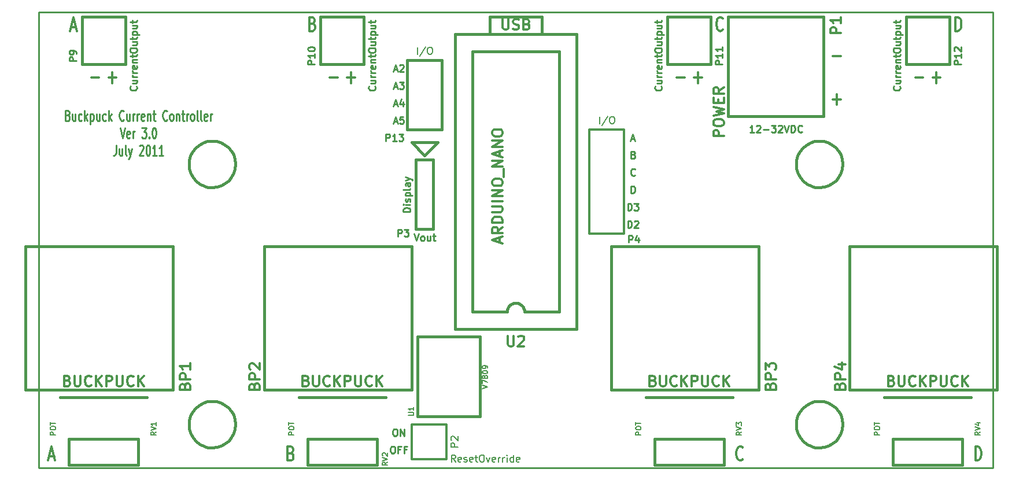
<source format=gto>
G04 (created by PCBNEW-RS274X (2010-00-09 BZR 23xx)-stable) date Fri 15 Jul 2011 12:40:09 PM PDT*
G01*
G70*
G90*
%MOIN*%
G04 Gerber Fmt 3.4, Leading zero omitted, Abs format*
%FSLAX34Y34*%
G04 APERTURE LIST*
%ADD10C,0.006000*%
%ADD11C,0.010000*%
%ADD12C,0.009000*%
%ADD13C,0.015000*%
%ADD14C,0.012000*%
%ADD15C,0.005000*%
%ADD16C,0.008000*%
G04 APERTURE END LIST*
G54D10*
G54D11*
X50964Y-35798D02*
X51155Y-35798D01*
X50926Y-35912D02*
X51059Y-35512D01*
X51193Y-35912D01*
X51517Y-35512D02*
X51326Y-35512D01*
X51307Y-35702D01*
X51326Y-35683D01*
X51364Y-35664D01*
X51460Y-35664D01*
X51498Y-35683D01*
X51517Y-35702D01*
X51536Y-35740D01*
X51536Y-35836D01*
X51517Y-35874D01*
X51498Y-35893D01*
X51460Y-35912D01*
X51364Y-35912D01*
X51326Y-35893D01*
X51307Y-35874D01*
X50964Y-34798D02*
X51155Y-34798D01*
X50926Y-34912D02*
X51059Y-34512D01*
X51193Y-34912D01*
X51498Y-34645D02*
X51498Y-34912D01*
X51402Y-34493D02*
X51307Y-34779D01*
X51555Y-34779D01*
X50964Y-33798D02*
X51155Y-33798D01*
X50926Y-33912D02*
X51059Y-33512D01*
X51193Y-33912D01*
X51288Y-33512D02*
X51536Y-33512D01*
X51402Y-33664D01*
X51460Y-33664D01*
X51498Y-33683D01*
X51517Y-33702D01*
X51536Y-33740D01*
X51536Y-33836D01*
X51517Y-33874D01*
X51498Y-33893D01*
X51460Y-33912D01*
X51345Y-33912D01*
X51307Y-33893D01*
X51288Y-33874D01*
X50964Y-32798D02*
X51155Y-32798D01*
X50926Y-32912D02*
X51059Y-32512D01*
X51193Y-32912D01*
X51307Y-32550D02*
X51326Y-32531D01*
X51364Y-32512D01*
X51460Y-32512D01*
X51498Y-32531D01*
X51517Y-32550D01*
X51536Y-32588D01*
X51536Y-32626D01*
X51517Y-32683D01*
X51288Y-32912D01*
X51536Y-32912D01*
G54D12*
X30500Y-55750D02*
X30500Y-29500D01*
X85500Y-55750D02*
X30500Y-55750D01*
X85500Y-29500D02*
X85500Y-55750D01*
X30500Y-29500D02*
X85500Y-29500D01*
G54D13*
X53500Y-37000D02*
X52750Y-37750D01*
X52000Y-37000D02*
X53500Y-37000D01*
X52750Y-37750D02*
X52000Y-37000D01*
G54D11*
X52140Y-42262D02*
X52273Y-42662D01*
X52407Y-42262D01*
X52597Y-42662D02*
X52559Y-42643D01*
X52540Y-42624D01*
X52521Y-42586D01*
X52521Y-42471D01*
X52540Y-42433D01*
X52559Y-42414D01*
X52597Y-42395D01*
X52655Y-42395D01*
X52693Y-42414D01*
X52712Y-42433D01*
X52731Y-42471D01*
X52731Y-42586D01*
X52712Y-42624D01*
X52693Y-42643D01*
X52655Y-42662D01*
X52597Y-42662D01*
X53074Y-42395D02*
X53074Y-42662D01*
X52902Y-42395D02*
X52902Y-42605D01*
X52921Y-42643D01*
X52959Y-42662D01*
X53017Y-42662D01*
X53055Y-42643D01*
X53074Y-42624D01*
X53207Y-42395D02*
X53359Y-42395D01*
X53264Y-42262D02*
X53264Y-42605D01*
X53283Y-42643D01*
X53321Y-42662D01*
X53359Y-42662D01*
X64455Y-41912D02*
X64455Y-41512D01*
X64550Y-41512D01*
X64608Y-41531D01*
X64646Y-41569D01*
X64665Y-41607D01*
X64684Y-41683D01*
X64684Y-41740D01*
X64665Y-41817D01*
X64646Y-41855D01*
X64608Y-41893D01*
X64550Y-41912D01*
X64455Y-41912D01*
X64836Y-41550D02*
X64855Y-41531D01*
X64893Y-41512D01*
X64989Y-41512D01*
X65027Y-41531D01*
X65046Y-41550D01*
X65065Y-41588D01*
X65065Y-41626D01*
X65046Y-41683D01*
X64817Y-41912D01*
X65065Y-41912D01*
X64455Y-40912D02*
X64455Y-40512D01*
X64550Y-40512D01*
X64608Y-40531D01*
X64646Y-40569D01*
X64665Y-40607D01*
X64684Y-40683D01*
X64684Y-40740D01*
X64665Y-40817D01*
X64646Y-40855D01*
X64608Y-40893D01*
X64550Y-40912D01*
X64455Y-40912D01*
X64817Y-40512D02*
X65065Y-40512D01*
X64931Y-40664D01*
X64989Y-40664D01*
X65027Y-40683D01*
X65046Y-40702D01*
X65065Y-40740D01*
X65065Y-40836D01*
X65046Y-40874D01*
X65027Y-40893D01*
X64989Y-40912D01*
X64874Y-40912D01*
X64836Y-40893D01*
X64817Y-40874D01*
G54D14*
X82022Y-33269D02*
X82479Y-33269D01*
X82250Y-33574D02*
X82250Y-32964D01*
X76272Y-32019D02*
X76729Y-32019D01*
X81022Y-33269D02*
X81479Y-33269D01*
X76272Y-34519D02*
X76729Y-34519D01*
X76500Y-34824D02*
X76500Y-34214D01*
X83343Y-30574D02*
X83343Y-29774D01*
X83486Y-29774D01*
X83571Y-29812D01*
X83629Y-29888D01*
X83657Y-29964D01*
X83686Y-30117D01*
X83686Y-30231D01*
X83657Y-30383D01*
X83629Y-30460D01*
X83571Y-30536D01*
X83486Y-30574D01*
X83343Y-30574D01*
X69936Y-30498D02*
X69907Y-30536D01*
X69821Y-30574D01*
X69764Y-30574D01*
X69679Y-30536D01*
X69621Y-30460D01*
X69593Y-30383D01*
X69564Y-30231D01*
X69564Y-30117D01*
X69593Y-29964D01*
X69621Y-29888D01*
X69679Y-29812D01*
X69764Y-29774D01*
X69821Y-29774D01*
X69907Y-29812D01*
X69936Y-29850D01*
X46293Y-30155D02*
X46379Y-30193D01*
X46407Y-30231D01*
X46436Y-30307D01*
X46436Y-30421D01*
X46407Y-30498D01*
X46379Y-30536D01*
X46321Y-30574D01*
X46093Y-30574D01*
X46093Y-29774D01*
X46293Y-29774D01*
X46350Y-29812D01*
X46379Y-29850D01*
X46407Y-29926D01*
X46407Y-30002D01*
X46379Y-30079D01*
X46350Y-30117D01*
X46293Y-30155D01*
X46093Y-30155D01*
X32357Y-30345D02*
X32643Y-30345D01*
X32300Y-30574D02*
X32500Y-29774D01*
X32700Y-30574D01*
X84493Y-55324D02*
X84493Y-54524D01*
X84636Y-54524D01*
X84721Y-54562D01*
X84779Y-54638D01*
X84807Y-54714D01*
X84836Y-54867D01*
X84836Y-54981D01*
X84807Y-55133D01*
X84779Y-55210D01*
X84721Y-55286D01*
X84636Y-55324D01*
X84493Y-55324D01*
X71086Y-55248D02*
X71057Y-55286D01*
X70971Y-55324D01*
X70914Y-55324D01*
X70829Y-55286D01*
X70771Y-55210D01*
X70743Y-55133D01*
X70714Y-54981D01*
X70714Y-54867D01*
X70743Y-54714D01*
X70771Y-54638D01*
X70829Y-54562D01*
X70914Y-54524D01*
X70971Y-54524D01*
X71057Y-54562D01*
X71086Y-54600D01*
X45043Y-54905D02*
X45129Y-54943D01*
X45157Y-54981D01*
X45186Y-55057D01*
X45186Y-55171D01*
X45157Y-55248D01*
X45129Y-55286D01*
X45071Y-55324D01*
X44843Y-55324D01*
X44843Y-54524D01*
X45043Y-54524D01*
X45100Y-54562D01*
X45129Y-54600D01*
X45157Y-54676D01*
X45157Y-54752D01*
X45129Y-54829D01*
X45100Y-54867D01*
X45043Y-54905D01*
X44843Y-54905D01*
X31107Y-55095D02*
X31393Y-55095D01*
X31050Y-55324D02*
X31250Y-54524D01*
X31450Y-55324D01*
G54D11*
X64645Y-39912D02*
X64645Y-39512D01*
X64740Y-39512D01*
X64798Y-39531D01*
X64836Y-39569D01*
X64855Y-39607D01*
X64874Y-39683D01*
X64874Y-39740D01*
X64855Y-39817D01*
X64836Y-39855D01*
X64798Y-39893D01*
X64740Y-39912D01*
X64645Y-39912D01*
X64874Y-38874D02*
X64855Y-38893D01*
X64798Y-38912D01*
X64760Y-38912D01*
X64702Y-38893D01*
X64664Y-38855D01*
X64645Y-38817D01*
X64626Y-38740D01*
X64626Y-38683D01*
X64645Y-38607D01*
X64664Y-38569D01*
X64702Y-38531D01*
X64760Y-38512D01*
X64798Y-38512D01*
X64855Y-38531D01*
X64874Y-38550D01*
X64779Y-37702D02*
X64836Y-37721D01*
X64855Y-37740D01*
X64874Y-37779D01*
X64874Y-37836D01*
X64855Y-37874D01*
X64836Y-37893D01*
X64798Y-37912D01*
X64645Y-37912D01*
X64645Y-37512D01*
X64779Y-37512D01*
X64817Y-37531D01*
X64836Y-37550D01*
X64855Y-37588D01*
X64855Y-37626D01*
X64836Y-37664D01*
X64817Y-37683D01*
X64779Y-37702D01*
X64645Y-37702D01*
X64655Y-36798D02*
X64846Y-36798D01*
X64617Y-36912D02*
X64750Y-36512D01*
X64884Y-36912D01*
X71724Y-36412D02*
X71495Y-36412D01*
X71609Y-36412D02*
X71609Y-36012D01*
X71571Y-36069D01*
X71533Y-36107D01*
X71495Y-36126D01*
X71876Y-36050D02*
X71895Y-36031D01*
X71933Y-36012D01*
X72029Y-36012D01*
X72067Y-36031D01*
X72086Y-36050D01*
X72105Y-36088D01*
X72105Y-36126D01*
X72086Y-36183D01*
X71857Y-36412D01*
X72105Y-36412D01*
X72276Y-36260D02*
X72581Y-36260D01*
X72733Y-36012D02*
X72981Y-36012D01*
X72847Y-36164D01*
X72905Y-36164D01*
X72943Y-36183D01*
X72962Y-36202D01*
X72981Y-36240D01*
X72981Y-36336D01*
X72962Y-36374D01*
X72943Y-36393D01*
X72905Y-36412D01*
X72790Y-36412D01*
X72752Y-36393D01*
X72733Y-36374D01*
X73133Y-36050D02*
X73152Y-36031D01*
X73190Y-36012D01*
X73286Y-36012D01*
X73324Y-36031D01*
X73343Y-36050D01*
X73362Y-36088D01*
X73362Y-36126D01*
X73343Y-36183D01*
X73114Y-36412D01*
X73362Y-36412D01*
X73476Y-36012D02*
X73609Y-36412D01*
X73743Y-36012D01*
X73876Y-36412D02*
X73876Y-36012D01*
X73971Y-36012D01*
X74029Y-36031D01*
X74067Y-36069D01*
X74086Y-36107D01*
X74105Y-36183D01*
X74105Y-36240D01*
X74086Y-36317D01*
X74067Y-36355D01*
X74029Y-36393D01*
X73971Y-36412D01*
X73876Y-36412D01*
X74505Y-36374D02*
X74486Y-36393D01*
X74429Y-36412D01*
X74391Y-36412D01*
X74333Y-36393D01*
X74295Y-36355D01*
X74276Y-36317D01*
X74257Y-36240D01*
X74257Y-36183D01*
X74276Y-36107D01*
X74295Y-36069D01*
X74333Y-36031D01*
X74391Y-36012D01*
X74429Y-36012D01*
X74486Y-36031D01*
X74505Y-36050D01*
G54D14*
X67272Y-33269D02*
X67729Y-33269D01*
X47272Y-33269D02*
X47729Y-33269D01*
X68272Y-33269D02*
X68729Y-33269D01*
X68500Y-33574D02*
X68500Y-32964D01*
X48272Y-33269D02*
X48729Y-33269D01*
X48500Y-33574D02*
X48500Y-32964D01*
X33522Y-33269D02*
X33979Y-33269D01*
X34522Y-33269D02*
X34979Y-33269D01*
X34750Y-33574D02*
X34750Y-32964D01*
G54D11*
X51002Y-53512D02*
X51079Y-53512D01*
X51117Y-53531D01*
X51155Y-53569D01*
X51174Y-53645D01*
X51174Y-53779D01*
X51155Y-53855D01*
X51117Y-53893D01*
X51079Y-53912D01*
X51002Y-53912D01*
X50964Y-53893D01*
X50926Y-53855D01*
X50907Y-53779D01*
X50907Y-53645D01*
X50926Y-53569D01*
X50964Y-53531D01*
X51002Y-53512D01*
X51345Y-53912D02*
X51345Y-53512D01*
X51574Y-53912D01*
X51574Y-53512D01*
X50869Y-54512D02*
X50946Y-54512D01*
X50984Y-54531D01*
X51022Y-54569D01*
X51041Y-54645D01*
X51041Y-54779D01*
X51022Y-54855D01*
X50984Y-54893D01*
X50946Y-54912D01*
X50869Y-54912D01*
X50831Y-54893D01*
X50793Y-54855D01*
X50774Y-54779D01*
X50774Y-54645D01*
X50793Y-54569D01*
X50831Y-54531D01*
X50869Y-54512D01*
X51346Y-54702D02*
X51212Y-54702D01*
X51212Y-54912D02*
X51212Y-54512D01*
X51403Y-54512D01*
X51689Y-54702D02*
X51555Y-54702D01*
X51555Y-54912D02*
X51555Y-54512D01*
X51746Y-54512D01*
X34955Y-37143D02*
X34955Y-37571D01*
X34935Y-37657D01*
X34897Y-37714D01*
X34840Y-37743D01*
X34802Y-37743D01*
X35317Y-37343D02*
X35317Y-37743D01*
X35145Y-37343D02*
X35145Y-37657D01*
X35164Y-37714D01*
X35202Y-37743D01*
X35260Y-37743D01*
X35298Y-37714D01*
X35317Y-37686D01*
X35564Y-37743D02*
X35526Y-37714D01*
X35507Y-37657D01*
X35507Y-37143D01*
X35679Y-37343D02*
X35774Y-37743D01*
X35870Y-37343D02*
X35774Y-37743D01*
X35736Y-37886D01*
X35717Y-37914D01*
X35679Y-37943D01*
X36308Y-37200D02*
X36327Y-37171D01*
X36365Y-37143D01*
X36461Y-37143D01*
X36499Y-37171D01*
X36518Y-37200D01*
X36537Y-37257D01*
X36537Y-37314D01*
X36518Y-37400D01*
X36289Y-37743D01*
X36537Y-37743D01*
X36784Y-37143D02*
X36823Y-37143D01*
X36861Y-37171D01*
X36880Y-37200D01*
X36899Y-37257D01*
X36918Y-37371D01*
X36918Y-37514D01*
X36899Y-37629D01*
X36880Y-37686D01*
X36861Y-37714D01*
X36823Y-37743D01*
X36784Y-37743D01*
X36746Y-37714D01*
X36727Y-37686D01*
X36708Y-37629D01*
X36689Y-37514D01*
X36689Y-37371D01*
X36708Y-37257D01*
X36727Y-37200D01*
X36746Y-37171D01*
X36784Y-37143D01*
X37299Y-37743D02*
X37070Y-37743D01*
X37184Y-37743D02*
X37184Y-37143D01*
X37146Y-37229D01*
X37108Y-37286D01*
X37070Y-37314D01*
X37680Y-37743D02*
X37451Y-37743D01*
X37565Y-37743D02*
X37565Y-37143D01*
X37527Y-37229D01*
X37489Y-37286D01*
X37451Y-37314D01*
X35193Y-36143D02*
X35326Y-36743D01*
X35460Y-36143D01*
X35746Y-36714D02*
X35708Y-36743D01*
X35631Y-36743D01*
X35593Y-36714D01*
X35574Y-36657D01*
X35574Y-36429D01*
X35593Y-36371D01*
X35631Y-36343D01*
X35708Y-36343D01*
X35746Y-36371D01*
X35765Y-36429D01*
X35765Y-36486D01*
X35574Y-36543D01*
X35936Y-36743D02*
X35936Y-36343D01*
X35936Y-36457D02*
X35955Y-36400D01*
X35974Y-36371D01*
X36012Y-36343D01*
X36051Y-36343D01*
X36451Y-36143D02*
X36699Y-36143D01*
X36565Y-36371D01*
X36623Y-36371D01*
X36661Y-36400D01*
X36680Y-36429D01*
X36699Y-36486D01*
X36699Y-36629D01*
X36680Y-36686D01*
X36661Y-36714D01*
X36623Y-36743D01*
X36508Y-36743D01*
X36470Y-36714D01*
X36451Y-36686D01*
X36870Y-36686D02*
X36889Y-36714D01*
X36870Y-36743D01*
X36851Y-36714D01*
X36870Y-36686D01*
X36870Y-36743D01*
X37136Y-36143D02*
X37175Y-36143D01*
X37213Y-36171D01*
X37232Y-36200D01*
X37251Y-36257D01*
X37270Y-36371D01*
X37270Y-36514D01*
X37251Y-36629D01*
X37232Y-36686D01*
X37213Y-36714D01*
X37175Y-36743D01*
X37136Y-36743D01*
X37098Y-36714D01*
X37079Y-36686D01*
X37060Y-36629D01*
X37041Y-36514D01*
X37041Y-36371D01*
X37060Y-36257D01*
X37079Y-36200D01*
X37098Y-36171D01*
X37136Y-36143D01*
X32181Y-35429D02*
X32238Y-35457D01*
X32257Y-35486D01*
X32276Y-35543D01*
X32276Y-35629D01*
X32257Y-35686D01*
X32238Y-35714D01*
X32200Y-35743D01*
X32047Y-35743D01*
X32047Y-35143D01*
X32181Y-35143D01*
X32219Y-35171D01*
X32238Y-35200D01*
X32257Y-35257D01*
X32257Y-35314D01*
X32238Y-35371D01*
X32219Y-35400D01*
X32181Y-35429D01*
X32047Y-35429D01*
X32619Y-35343D02*
X32619Y-35743D01*
X32447Y-35343D02*
X32447Y-35657D01*
X32466Y-35714D01*
X32504Y-35743D01*
X32562Y-35743D01*
X32600Y-35714D01*
X32619Y-35686D01*
X32981Y-35714D02*
X32943Y-35743D01*
X32866Y-35743D01*
X32828Y-35714D01*
X32809Y-35686D01*
X32790Y-35629D01*
X32790Y-35457D01*
X32809Y-35400D01*
X32828Y-35371D01*
X32866Y-35343D01*
X32943Y-35343D01*
X32981Y-35371D01*
X33152Y-35743D02*
X33152Y-35143D01*
X33190Y-35514D02*
X33305Y-35743D01*
X33305Y-35343D02*
X33152Y-35571D01*
X33476Y-35343D02*
X33476Y-35943D01*
X33476Y-35371D02*
X33514Y-35343D01*
X33591Y-35343D01*
X33629Y-35371D01*
X33648Y-35400D01*
X33667Y-35457D01*
X33667Y-35629D01*
X33648Y-35686D01*
X33629Y-35714D01*
X33591Y-35743D01*
X33514Y-35743D01*
X33476Y-35714D01*
X34010Y-35343D02*
X34010Y-35743D01*
X33838Y-35343D02*
X33838Y-35657D01*
X33857Y-35714D01*
X33895Y-35743D01*
X33953Y-35743D01*
X33991Y-35714D01*
X34010Y-35686D01*
X34372Y-35714D02*
X34334Y-35743D01*
X34257Y-35743D01*
X34219Y-35714D01*
X34200Y-35686D01*
X34181Y-35629D01*
X34181Y-35457D01*
X34200Y-35400D01*
X34219Y-35371D01*
X34257Y-35343D01*
X34334Y-35343D01*
X34372Y-35371D01*
X34543Y-35743D02*
X34543Y-35143D01*
X34581Y-35514D02*
X34696Y-35743D01*
X34696Y-35343D02*
X34543Y-35571D01*
X35401Y-35686D02*
X35382Y-35714D01*
X35325Y-35743D01*
X35287Y-35743D01*
X35229Y-35714D01*
X35191Y-35657D01*
X35172Y-35600D01*
X35153Y-35486D01*
X35153Y-35400D01*
X35172Y-35286D01*
X35191Y-35229D01*
X35229Y-35171D01*
X35287Y-35143D01*
X35325Y-35143D01*
X35382Y-35171D01*
X35401Y-35200D01*
X35744Y-35343D02*
X35744Y-35743D01*
X35572Y-35343D02*
X35572Y-35657D01*
X35591Y-35714D01*
X35629Y-35743D01*
X35687Y-35743D01*
X35725Y-35714D01*
X35744Y-35686D01*
X35934Y-35743D02*
X35934Y-35343D01*
X35934Y-35457D02*
X35953Y-35400D01*
X35972Y-35371D01*
X36010Y-35343D01*
X36049Y-35343D01*
X36182Y-35743D02*
X36182Y-35343D01*
X36182Y-35457D02*
X36201Y-35400D01*
X36220Y-35371D01*
X36258Y-35343D01*
X36297Y-35343D01*
X36583Y-35714D02*
X36545Y-35743D01*
X36468Y-35743D01*
X36430Y-35714D01*
X36411Y-35657D01*
X36411Y-35429D01*
X36430Y-35371D01*
X36468Y-35343D01*
X36545Y-35343D01*
X36583Y-35371D01*
X36602Y-35429D01*
X36602Y-35486D01*
X36411Y-35543D01*
X36773Y-35343D02*
X36773Y-35743D01*
X36773Y-35400D02*
X36792Y-35371D01*
X36830Y-35343D01*
X36888Y-35343D01*
X36926Y-35371D01*
X36945Y-35429D01*
X36945Y-35743D01*
X37078Y-35343D02*
X37230Y-35343D01*
X37135Y-35143D02*
X37135Y-35657D01*
X37154Y-35714D01*
X37192Y-35743D01*
X37230Y-35743D01*
X37898Y-35686D02*
X37879Y-35714D01*
X37822Y-35743D01*
X37784Y-35743D01*
X37726Y-35714D01*
X37688Y-35657D01*
X37669Y-35600D01*
X37650Y-35486D01*
X37650Y-35400D01*
X37669Y-35286D01*
X37688Y-35229D01*
X37726Y-35171D01*
X37784Y-35143D01*
X37822Y-35143D01*
X37879Y-35171D01*
X37898Y-35200D01*
X38126Y-35743D02*
X38088Y-35714D01*
X38069Y-35686D01*
X38050Y-35629D01*
X38050Y-35457D01*
X38069Y-35400D01*
X38088Y-35371D01*
X38126Y-35343D01*
X38184Y-35343D01*
X38222Y-35371D01*
X38241Y-35400D01*
X38260Y-35457D01*
X38260Y-35629D01*
X38241Y-35686D01*
X38222Y-35714D01*
X38184Y-35743D01*
X38126Y-35743D01*
X38431Y-35343D02*
X38431Y-35743D01*
X38431Y-35400D02*
X38450Y-35371D01*
X38488Y-35343D01*
X38546Y-35343D01*
X38584Y-35371D01*
X38603Y-35429D01*
X38603Y-35743D01*
X38736Y-35343D02*
X38888Y-35343D01*
X38793Y-35143D02*
X38793Y-35657D01*
X38812Y-35714D01*
X38850Y-35743D01*
X38888Y-35743D01*
X39022Y-35743D02*
X39022Y-35343D01*
X39022Y-35457D02*
X39041Y-35400D01*
X39060Y-35371D01*
X39098Y-35343D01*
X39137Y-35343D01*
X39327Y-35743D02*
X39289Y-35714D01*
X39270Y-35686D01*
X39251Y-35629D01*
X39251Y-35457D01*
X39270Y-35400D01*
X39289Y-35371D01*
X39327Y-35343D01*
X39385Y-35343D01*
X39423Y-35371D01*
X39442Y-35400D01*
X39461Y-35457D01*
X39461Y-35629D01*
X39442Y-35686D01*
X39423Y-35714D01*
X39385Y-35743D01*
X39327Y-35743D01*
X39689Y-35743D02*
X39651Y-35714D01*
X39632Y-35657D01*
X39632Y-35143D01*
X39899Y-35743D02*
X39861Y-35714D01*
X39842Y-35657D01*
X39842Y-35143D01*
X40205Y-35714D02*
X40167Y-35743D01*
X40090Y-35743D01*
X40052Y-35714D01*
X40033Y-35657D01*
X40033Y-35429D01*
X40052Y-35371D01*
X40090Y-35343D01*
X40167Y-35343D01*
X40205Y-35371D01*
X40224Y-35429D01*
X40224Y-35486D01*
X40033Y-35543D01*
X40395Y-35743D02*
X40395Y-35343D01*
X40395Y-35457D02*
X40414Y-35400D01*
X40433Y-35371D01*
X40471Y-35343D01*
X40510Y-35343D01*
G54D13*
X36750Y-51700D02*
X31750Y-51700D01*
X36250Y-55600D02*
X32250Y-55600D01*
X32250Y-55600D02*
X32250Y-54100D01*
X32250Y-54100D02*
X36250Y-54100D01*
X36250Y-54100D02*
X36250Y-55600D01*
X84250Y-51700D02*
X79250Y-51700D01*
X83750Y-55600D02*
X79750Y-55600D01*
X79750Y-55600D02*
X79750Y-54100D01*
X79750Y-54100D02*
X83750Y-54100D01*
X83750Y-54100D02*
X83750Y-55600D01*
X70500Y-51700D02*
X65500Y-51700D01*
X70000Y-55600D02*
X66000Y-55600D01*
X66000Y-55600D02*
X66000Y-54100D01*
X66000Y-54100D02*
X70000Y-54100D01*
X70000Y-54100D02*
X70000Y-55600D01*
X50500Y-51700D02*
X45500Y-51700D01*
X50000Y-55600D02*
X46000Y-55600D01*
X46000Y-55600D02*
X46000Y-54100D01*
X46000Y-54100D02*
X50000Y-54100D01*
X50000Y-54100D02*
X50000Y-55600D01*
X59500Y-30750D02*
X59500Y-29750D01*
X59500Y-29750D02*
X56500Y-29750D01*
X56500Y-29750D02*
X56500Y-30750D01*
X61500Y-47750D02*
X54500Y-47750D01*
X54500Y-47750D02*
X54500Y-30750D01*
X54500Y-30750D02*
X61500Y-30750D01*
X61500Y-30750D02*
X61500Y-47750D01*
X58500Y-46750D02*
X58498Y-46707D01*
X58492Y-46664D01*
X58482Y-46621D01*
X58469Y-46579D01*
X58453Y-46539D01*
X58433Y-46501D01*
X58409Y-46464D01*
X58383Y-46429D01*
X58353Y-46397D01*
X58321Y-46367D01*
X58286Y-46341D01*
X58250Y-46317D01*
X58211Y-46297D01*
X58171Y-46281D01*
X58129Y-46268D01*
X58086Y-46258D01*
X58043Y-46252D01*
X58000Y-46250D01*
X58000Y-46250D02*
X57957Y-46252D01*
X57914Y-46258D01*
X57871Y-46268D01*
X57829Y-46281D01*
X57789Y-46297D01*
X57751Y-46317D01*
X57714Y-46341D01*
X57679Y-46367D01*
X57647Y-46397D01*
X57617Y-46429D01*
X57591Y-46464D01*
X57567Y-46501D01*
X57547Y-46539D01*
X57531Y-46579D01*
X57518Y-46621D01*
X57508Y-46664D01*
X57502Y-46707D01*
X57500Y-46750D01*
X55500Y-46750D02*
X57500Y-46750D01*
X60500Y-46750D02*
X58500Y-46750D01*
X60500Y-46750D02*
X60500Y-31750D01*
X60500Y-31750D02*
X55500Y-31750D01*
X55500Y-31750D02*
X55500Y-46750D01*
X52350Y-52800D02*
X55950Y-52800D01*
X55950Y-52800D02*
X55950Y-48200D01*
X55950Y-48200D02*
X52350Y-48200D01*
X52350Y-48200D02*
X52350Y-52800D01*
G54D14*
X54000Y-53250D02*
X54000Y-55250D01*
X54000Y-55250D02*
X52000Y-55250D01*
X52000Y-55250D02*
X52000Y-53250D01*
X52000Y-53250D02*
X54000Y-53250D01*
G54D13*
X53250Y-38000D02*
X52250Y-38000D01*
X52250Y-38000D02*
X52250Y-42000D01*
X52250Y-42000D02*
X53250Y-42000D01*
X53250Y-42000D02*
X53250Y-38000D01*
X76846Y-38250D02*
X76820Y-38511D01*
X76744Y-38762D01*
X76621Y-38994D01*
X76455Y-39198D01*
X76252Y-39365D01*
X76021Y-39490D01*
X75770Y-39568D01*
X75509Y-39595D01*
X75248Y-39572D01*
X74996Y-39497D01*
X74763Y-39376D01*
X74559Y-39211D01*
X74390Y-39010D01*
X74263Y-38780D01*
X74184Y-38529D01*
X74155Y-38268D01*
X74177Y-38008D01*
X74249Y-37755D01*
X74369Y-37521D01*
X74532Y-37315D01*
X74732Y-37145D01*
X74962Y-37017D01*
X75211Y-36936D01*
X75472Y-36905D01*
X75733Y-36925D01*
X75986Y-36996D01*
X76221Y-37114D01*
X76428Y-37276D01*
X76599Y-37475D01*
X76729Y-37703D01*
X76812Y-37952D01*
X76845Y-38213D01*
X76846Y-38250D01*
X41846Y-53250D02*
X41820Y-53511D01*
X41744Y-53762D01*
X41621Y-53994D01*
X41455Y-54198D01*
X41252Y-54365D01*
X41021Y-54490D01*
X40770Y-54568D01*
X40509Y-54595D01*
X40248Y-54572D01*
X39996Y-54497D01*
X39763Y-54376D01*
X39559Y-54211D01*
X39390Y-54010D01*
X39263Y-53780D01*
X39184Y-53529D01*
X39155Y-53268D01*
X39177Y-53008D01*
X39249Y-52755D01*
X39369Y-52521D01*
X39532Y-52315D01*
X39732Y-52145D01*
X39962Y-52017D01*
X40211Y-51936D01*
X40472Y-51905D01*
X40733Y-51925D01*
X40986Y-51996D01*
X41221Y-52114D01*
X41428Y-52276D01*
X41599Y-52475D01*
X41729Y-52703D01*
X41812Y-52952D01*
X41845Y-53213D01*
X41846Y-53250D01*
X76846Y-53250D02*
X76820Y-53511D01*
X76744Y-53762D01*
X76621Y-53994D01*
X76455Y-54198D01*
X76252Y-54365D01*
X76021Y-54490D01*
X75770Y-54568D01*
X75509Y-54595D01*
X75248Y-54572D01*
X74996Y-54497D01*
X74763Y-54376D01*
X74559Y-54211D01*
X74390Y-54010D01*
X74263Y-53780D01*
X74184Y-53529D01*
X74155Y-53268D01*
X74177Y-53008D01*
X74249Y-52755D01*
X74369Y-52521D01*
X74532Y-52315D01*
X74732Y-52145D01*
X74962Y-52017D01*
X75211Y-51936D01*
X75472Y-51905D01*
X75733Y-51925D01*
X75986Y-51996D01*
X76221Y-52114D01*
X76428Y-52276D01*
X76599Y-52475D01*
X76729Y-52703D01*
X76812Y-52952D01*
X76845Y-53213D01*
X76846Y-53250D01*
X41846Y-38250D02*
X41820Y-38511D01*
X41744Y-38762D01*
X41621Y-38994D01*
X41455Y-39198D01*
X41252Y-39365D01*
X41021Y-39490D01*
X40770Y-39568D01*
X40509Y-39595D01*
X40248Y-39572D01*
X39996Y-39497D01*
X39763Y-39376D01*
X39559Y-39211D01*
X39390Y-39010D01*
X39263Y-38780D01*
X39184Y-38529D01*
X39155Y-38268D01*
X39177Y-38008D01*
X39249Y-37755D01*
X39369Y-37521D01*
X39532Y-37315D01*
X39732Y-37145D01*
X39962Y-37017D01*
X40211Y-36936D01*
X40472Y-36905D01*
X40733Y-36925D01*
X40986Y-36996D01*
X41221Y-37114D01*
X41428Y-37276D01*
X41599Y-37475D01*
X41729Y-37703D01*
X41812Y-37952D01*
X41845Y-38213D01*
X41846Y-38250D01*
X38250Y-43000D02*
X38250Y-51250D01*
X38250Y-51250D02*
X29750Y-51250D01*
X29750Y-51250D02*
X29750Y-43000D01*
X38250Y-43000D02*
X29750Y-43000D01*
X85750Y-43000D02*
X85750Y-51250D01*
X85750Y-51250D02*
X77250Y-51250D01*
X77250Y-51250D02*
X77250Y-43000D01*
X85750Y-43000D02*
X77250Y-43000D01*
X72000Y-43000D02*
X72000Y-51250D01*
X72000Y-51250D02*
X63500Y-51250D01*
X63500Y-51250D02*
X63500Y-43000D01*
X72000Y-43000D02*
X63500Y-43000D01*
X52000Y-43000D02*
X52000Y-51250D01*
X52000Y-51250D02*
X43500Y-51250D01*
X43500Y-51250D02*
X43500Y-43000D01*
X52000Y-43000D02*
X43500Y-43000D01*
X83000Y-32500D02*
X83000Y-29750D01*
X83000Y-32500D02*
X80500Y-32500D01*
X80500Y-32500D02*
X80500Y-29750D01*
X83000Y-29750D02*
X80500Y-29750D01*
X49250Y-32500D02*
X49250Y-29750D01*
X49250Y-32500D02*
X46750Y-32500D01*
X46750Y-32500D02*
X46750Y-29750D01*
X49250Y-29750D02*
X46750Y-29750D01*
X69250Y-32500D02*
X69250Y-29750D01*
X69250Y-32500D02*
X66750Y-32500D01*
X66750Y-32500D02*
X66750Y-29750D01*
X69250Y-29750D02*
X66750Y-29750D01*
X35500Y-32500D02*
X35500Y-29750D01*
X35500Y-32500D02*
X33000Y-32500D01*
X33000Y-32500D02*
X33000Y-29750D01*
X35500Y-29750D02*
X33000Y-29750D01*
X51750Y-36250D02*
X51750Y-32250D01*
X51750Y-32250D02*
X53750Y-32250D01*
X53750Y-32250D02*
X53750Y-36250D01*
X53750Y-36250D02*
X51750Y-36250D01*
G54D14*
X64250Y-36250D02*
X64250Y-42250D01*
X64250Y-42250D02*
X62250Y-42250D01*
X62250Y-42250D02*
X62250Y-36250D01*
X62250Y-36250D02*
X64250Y-36250D01*
G54D13*
X70250Y-29750D02*
X75750Y-29750D01*
X75750Y-29750D02*
X75750Y-35500D01*
X75750Y-35500D02*
X70250Y-35500D01*
X70250Y-35500D02*
X70250Y-29750D01*
G54D15*
X37271Y-53678D02*
X37129Y-53778D01*
X37271Y-53850D02*
X36971Y-53850D01*
X36971Y-53735D01*
X36986Y-53707D01*
X37000Y-53692D01*
X37029Y-53678D01*
X37071Y-53678D01*
X37100Y-53692D01*
X37114Y-53707D01*
X37129Y-53735D01*
X37129Y-53850D01*
X36971Y-53592D02*
X37271Y-53492D01*
X36971Y-53392D01*
X37271Y-53135D02*
X37271Y-53307D01*
X37271Y-53221D02*
X36971Y-53221D01*
X37014Y-53250D01*
X37043Y-53278D01*
X37057Y-53307D01*
X31471Y-53850D02*
X31171Y-53850D01*
X31171Y-53735D01*
X31186Y-53707D01*
X31200Y-53692D01*
X31229Y-53678D01*
X31271Y-53678D01*
X31300Y-53692D01*
X31314Y-53707D01*
X31329Y-53735D01*
X31329Y-53850D01*
X31171Y-53492D02*
X31171Y-53435D01*
X31186Y-53407D01*
X31214Y-53378D01*
X31271Y-53364D01*
X31371Y-53364D01*
X31429Y-53378D01*
X31457Y-53407D01*
X31471Y-53435D01*
X31471Y-53492D01*
X31457Y-53521D01*
X31429Y-53550D01*
X31371Y-53564D01*
X31271Y-53564D01*
X31214Y-53550D01*
X31186Y-53521D01*
X31171Y-53492D01*
X31171Y-53278D02*
X31171Y-53107D01*
X31471Y-53193D02*
X31171Y-53193D01*
X84771Y-53678D02*
X84629Y-53778D01*
X84771Y-53850D02*
X84471Y-53850D01*
X84471Y-53735D01*
X84486Y-53707D01*
X84500Y-53692D01*
X84529Y-53678D01*
X84571Y-53678D01*
X84600Y-53692D01*
X84614Y-53707D01*
X84629Y-53735D01*
X84629Y-53850D01*
X84471Y-53592D02*
X84771Y-53492D01*
X84471Y-53392D01*
X84571Y-53164D02*
X84771Y-53164D01*
X84457Y-53235D02*
X84671Y-53307D01*
X84671Y-53121D01*
X78971Y-53850D02*
X78671Y-53850D01*
X78671Y-53735D01*
X78686Y-53707D01*
X78700Y-53692D01*
X78729Y-53678D01*
X78771Y-53678D01*
X78800Y-53692D01*
X78814Y-53707D01*
X78829Y-53735D01*
X78829Y-53850D01*
X78671Y-53492D02*
X78671Y-53435D01*
X78686Y-53407D01*
X78714Y-53378D01*
X78771Y-53364D01*
X78871Y-53364D01*
X78929Y-53378D01*
X78957Y-53407D01*
X78971Y-53435D01*
X78971Y-53492D01*
X78957Y-53521D01*
X78929Y-53550D01*
X78871Y-53564D01*
X78771Y-53564D01*
X78714Y-53550D01*
X78686Y-53521D01*
X78671Y-53492D01*
X78671Y-53278D02*
X78671Y-53107D01*
X78971Y-53193D02*
X78671Y-53193D01*
X71021Y-53678D02*
X70879Y-53778D01*
X71021Y-53850D02*
X70721Y-53850D01*
X70721Y-53735D01*
X70736Y-53707D01*
X70750Y-53692D01*
X70779Y-53678D01*
X70821Y-53678D01*
X70850Y-53692D01*
X70864Y-53707D01*
X70879Y-53735D01*
X70879Y-53850D01*
X70721Y-53592D02*
X71021Y-53492D01*
X70721Y-53392D01*
X70721Y-53321D02*
X70721Y-53135D01*
X70836Y-53235D01*
X70836Y-53193D01*
X70850Y-53164D01*
X70864Y-53150D01*
X70893Y-53135D01*
X70964Y-53135D01*
X70993Y-53150D01*
X71007Y-53164D01*
X71021Y-53193D01*
X71021Y-53278D01*
X71007Y-53307D01*
X70993Y-53321D01*
X65221Y-53850D02*
X64921Y-53850D01*
X64921Y-53735D01*
X64936Y-53707D01*
X64950Y-53692D01*
X64979Y-53678D01*
X65021Y-53678D01*
X65050Y-53692D01*
X65064Y-53707D01*
X65079Y-53735D01*
X65079Y-53850D01*
X64921Y-53492D02*
X64921Y-53435D01*
X64936Y-53407D01*
X64964Y-53378D01*
X65021Y-53364D01*
X65121Y-53364D01*
X65179Y-53378D01*
X65207Y-53407D01*
X65221Y-53435D01*
X65221Y-53492D01*
X65207Y-53521D01*
X65179Y-53550D01*
X65121Y-53564D01*
X65021Y-53564D01*
X64964Y-53550D01*
X64936Y-53521D01*
X64921Y-53492D01*
X64921Y-53278D02*
X64921Y-53107D01*
X65221Y-53193D02*
X64921Y-53193D01*
X50621Y-55428D02*
X50479Y-55528D01*
X50621Y-55600D02*
X50321Y-55600D01*
X50321Y-55485D01*
X50336Y-55457D01*
X50350Y-55442D01*
X50379Y-55428D01*
X50421Y-55428D01*
X50450Y-55442D01*
X50464Y-55457D01*
X50479Y-55485D01*
X50479Y-55600D01*
X50321Y-55342D02*
X50621Y-55242D01*
X50321Y-55142D01*
X50350Y-55057D02*
X50336Y-55043D01*
X50321Y-55014D01*
X50321Y-54943D01*
X50336Y-54914D01*
X50350Y-54900D01*
X50379Y-54885D01*
X50407Y-54885D01*
X50450Y-54900D01*
X50621Y-55071D01*
X50621Y-54885D01*
X45221Y-53850D02*
X44921Y-53850D01*
X44921Y-53735D01*
X44936Y-53707D01*
X44950Y-53692D01*
X44979Y-53678D01*
X45021Y-53678D01*
X45050Y-53692D01*
X45064Y-53707D01*
X45079Y-53735D01*
X45079Y-53850D01*
X44921Y-53492D02*
X44921Y-53435D01*
X44936Y-53407D01*
X44964Y-53378D01*
X45021Y-53364D01*
X45121Y-53364D01*
X45179Y-53378D01*
X45207Y-53407D01*
X45221Y-53435D01*
X45221Y-53492D01*
X45207Y-53521D01*
X45179Y-53550D01*
X45121Y-53564D01*
X45021Y-53564D01*
X44964Y-53550D01*
X44936Y-53521D01*
X44921Y-53492D01*
X44921Y-53278D02*
X44921Y-53107D01*
X45221Y-53193D02*
X44921Y-53193D01*
G54D14*
X57543Y-48143D02*
X57543Y-48629D01*
X57571Y-48686D01*
X57600Y-48714D01*
X57657Y-48743D01*
X57771Y-48743D01*
X57829Y-48714D01*
X57857Y-48686D01*
X57886Y-48629D01*
X57886Y-48143D01*
X58143Y-48200D02*
X58172Y-48171D01*
X58229Y-48143D01*
X58372Y-48143D01*
X58429Y-48171D01*
X58458Y-48200D01*
X58486Y-48257D01*
X58486Y-48314D01*
X58458Y-48400D01*
X58115Y-48743D01*
X58486Y-48743D01*
X57071Y-42758D02*
X57071Y-42472D01*
X57243Y-42815D02*
X56643Y-42615D01*
X57243Y-42415D01*
X57243Y-41872D02*
X56957Y-42072D01*
X57243Y-42215D02*
X56643Y-42215D01*
X56643Y-41987D01*
X56671Y-41929D01*
X56700Y-41901D01*
X56757Y-41872D01*
X56843Y-41872D01*
X56900Y-41901D01*
X56929Y-41929D01*
X56957Y-41987D01*
X56957Y-42215D01*
X57243Y-41615D02*
X56643Y-41615D01*
X56643Y-41472D01*
X56671Y-41387D01*
X56729Y-41329D01*
X56786Y-41301D01*
X56900Y-41272D01*
X56986Y-41272D01*
X57100Y-41301D01*
X57157Y-41329D01*
X57214Y-41387D01*
X57243Y-41472D01*
X57243Y-41615D01*
X56643Y-41015D02*
X57129Y-41015D01*
X57186Y-40987D01*
X57214Y-40958D01*
X57243Y-40901D01*
X57243Y-40787D01*
X57214Y-40729D01*
X57186Y-40701D01*
X57129Y-40672D01*
X56643Y-40672D01*
X57243Y-40386D02*
X56643Y-40386D01*
X57243Y-40100D02*
X56643Y-40100D01*
X57243Y-39757D01*
X56643Y-39757D01*
X56643Y-39357D02*
X56643Y-39243D01*
X56671Y-39185D01*
X56729Y-39128D01*
X56843Y-39100D01*
X57043Y-39100D01*
X57157Y-39128D01*
X57214Y-39185D01*
X57243Y-39243D01*
X57243Y-39357D01*
X57214Y-39414D01*
X57157Y-39471D01*
X57043Y-39500D01*
X56843Y-39500D01*
X56729Y-39471D01*
X56671Y-39414D01*
X56643Y-39357D01*
X57300Y-38985D02*
X57300Y-38528D01*
X57243Y-38385D02*
X56643Y-38385D01*
X57243Y-38042D01*
X56643Y-38042D01*
X57071Y-37785D02*
X57071Y-37499D01*
X57243Y-37842D02*
X56643Y-37642D01*
X57243Y-37442D01*
X57243Y-37242D02*
X56643Y-37242D01*
X57243Y-36899D01*
X56643Y-36899D01*
X56643Y-36499D02*
X56643Y-36385D01*
X56671Y-36327D01*
X56729Y-36270D01*
X56843Y-36242D01*
X57043Y-36242D01*
X57157Y-36270D01*
X57214Y-36327D01*
X57243Y-36385D01*
X57243Y-36499D01*
X57214Y-36556D01*
X57157Y-36613D01*
X57043Y-36642D01*
X56843Y-36642D01*
X56729Y-36613D01*
X56671Y-36556D01*
X56643Y-36499D01*
X57243Y-29893D02*
X57243Y-30379D01*
X57271Y-30436D01*
X57300Y-30464D01*
X57357Y-30493D01*
X57471Y-30493D01*
X57529Y-30464D01*
X57557Y-30436D01*
X57586Y-30379D01*
X57586Y-29893D01*
X57843Y-30464D02*
X57929Y-30493D01*
X58072Y-30493D01*
X58129Y-30464D01*
X58158Y-30436D01*
X58186Y-30379D01*
X58186Y-30321D01*
X58158Y-30264D01*
X58129Y-30236D01*
X58072Y-30207D01*
X57958Y-30179D01*
X57900Y-30150D01*
X57872Y-30121D01*
X57843Y-30064D01*
X57843Y-30007D01*
X57872Y-29950D01*
X57900Y-29921D01*
X57958Y-29893D01*
X58100Y-29893D01*
X58186Y-29921D01*
X58643Y-30179D02*
X58729Y-30207D01*
X58757Y-30236D01*
X58786Y-30293D01*
X58786Y-30379D01*
X58757Y-30436D01*
X58729Y-30464D01*
X58671Y-30493D01*
X58443Y-30493D01*
X58443Y-29893D01*
X58643Y-29893D01*
X58700Y-29921D01*
X58729Y-29950D01*
X58757Y-30007D01*
X58757Y-30064D01*
X58729Y-30121D01*
X58700Y-30150D01*
X58643Y-30179D01*
X58443Y-30179D01*
G54D15*
X51821Y-52729D02*
X52064Y-52729D01*
X52093Y-52714D01*
X52107Y-52700D01*
X52121Y-52671D01*
X52121Y-52614D01*
X52107Y-52586D01*
X52093Y-52571D01*
X52064Y-52557D01*
X51821Y-52557D01*
X52121Y-52257D02*
X52121Y-52429D01*
X52121Y-52343D02*
X51821Y-52343D01*
X51864Y-52372D01*
X51893Y-52400D01*
X51907Y-52429D01*
X56071Y-51171D02*
X56371Y-51071D01*
X56071Y-50971D01*
X56071Y-50900D02*
X56071Y-50700D01*
X56371Y-50829D01*
X56200Y-50543D02*
X56186Y-50571D01*
X56171Y-50586D01*
X56143Y-50600D01*
X56129Y-50600D01*
X56100Y-50586D01*
X56086Y-50571D01*
X56071Y-50543D01*
X56071Y-50486D01*
X56086Y-50457D01*
X56100Y-50443D01*
X56129Y-50428D01*
X56143Y-50428D01*
X56171Y-50443D01*
X56186Y-50457D01*
X56200Y-50486D01*
X56200Y-50543D01*
X56214Y-50571D01*
X56229Y-50586D01*
X56257Y-50600D01*
X56314Y-50600D01*
X56343Y-50586D01*
X56357Y-50571D01*
X56371Y-50543D01*
X56371Y-50486D01*
X56357Y-50457D01*
X56343Y-50443D01*
X56314Y-50428D01*
X56257Y-50428D01*
X56229Y-50443D01*
X56214Y-50457D01*
X56200Y-50486D01*
X56071Y-50242D02*
X56071Y-50214D01*
X56086Y-50185D01*
X56100Y-50171D01*
X56129Y-50157D01*
X56186Y-50142D01*
X56257Y-50142D01*
X56314Y-50157D01*
X56343Y-50171D01*
X56357Y-50185D01*
X56371Y-50214D01*
X56371Y-50242D01*
X56357Y-50271D01*
X56343Y-50285D01*
X56314Y-50300D01*
X56257Y-50314D01*
X56186Y-50314D01*
X56129Y-50300D01*
X56100Y-50285D01*
X56086Y-50271D01*
X56071Y-50242D01*
X56371Y-49999D02*
X56371Y-49942D01*
X56357Y-49914D01*
X56343Y-49899D01*
X56300Y-49871D01*
X56243Y-49856D01*
X56129Y-49856D01*
X56100Y-49871D01*
X56086Y-49885D01*
X56071Y-49914D01*
X56071Y-49971D01*
X56086Y-49999D01*
X56100Y-50014D01*
X56129Y-50028D01*
X56200Y-50028D01*
X56229Y-50014D01*
X56243Y-49999D01*
X56257Y-49971D01*
X56257Y-49914D01*
X56243Y-49885D01*
X56229Y-49871D01*
X56200Y-49856D01*
G54D16*
X54662Y-54545D02*
X54262Y-54545D01*
X54262Y-54392D01*
X54281Y-54354D01*
X54300Y-54335D01*
X54338Y-54316D01*
X54395Y-54316D01*
X54433Y-54335D01*
X54452Y-54354D01*
X54471Y-54392D01*
X54471Y-54545D01*
X54300Y-54164D02*
X54281Y-54145D01*
X54262Y-54107D01*
X54262Y-54011D01*
X54281Y-53973D01*
X54300Y-53954D01*
X54338Y-53935D01*
X54376Y-53935D01*
X54433Y-53954D01*
X54662Y-54183D01*
X54662Y-53935D01*
X54526Y-55412D02*
X54392Y-55221D01*
X54297Y-55412D02*
X54297Y-55012D01*
X54450Y-55012D01*
X54488Y-55031D01*
X54507Y-55050D01*
X54526Y-55088D01*
X54526Y-55145D01*
X54507Y-55183D01*
X54488Y-55202D01*
X54450Y-55221D01*
X54297Y-55221D01*
X54850Y-55393D02*
X54812Y-55412D01*
X54735Y-55412D01*
X54697Y-55393D01*
X54678Y-55355D01*
X54678Y-55202D01*
X54697Y-55164D01*
X54735Y-55145D01*
X54812Y-55145D01*
X54850Y-55164D01*
X54869Y-55202D01*
X54869Y-55240D01*
X54678Y-55279D01*
X55021Y-55393D02*
X55059Y-55412D01*
X55135Y-55412D01*
X55174Y-55393D01*
X55193Y-55355D01*
X55193Y-55336D01*
X55174Y-55298D01*
X55135Y-55279D01*
X55078Y-55279D01*
X55040Y-55260D01*
X55021Y-55221D01*
X55021Y-55202D01*
X55040Y-55164D01*
X55078Y-55145D01*
X55135Y-55145D01*
X55174Y-55164D01*
X55517Y-55393D02*
X55479Y-55412D01*
X55402Y-55412D01*
X55364Y-55393D01*
X55345Y-55355D01*
X55345Y-55202D01*
X55364Y-55164D01*
X55402Y-55145D01*
X55479Y-55145D01*
X55517Y-55164D01*
X55536Y-55202D01*
X55536Y-55240D01*
X55345Y-55279D01*
X55650Y-55145D02*
X55802Y-55145D01*
X55707Y-55012D02*
X55707Y-55355D01*
X55726Y-55393D01*
X55764Y-55412D01*
X55802Y-55412D01*
X56012Y-55012D02*
X56089Y-55012D01*
X56127Y-55031D01*
X56165Y-55069D01*
X56184Y-55145D01*
X56184Y-55279D01*
X56165Y-55355D01*
X56127Y-55393D01*
X56089Y-55412D01*
X56012Y-55412D01*
X55974Y-55393D01*
X55936Y-55355D01*
X55917Y-55279D01*
X55917Y-55145D01*
X55936Y-55069D01*
X55974Y-55031D01*
X56012Y-55012D01*
X56317Y-55145D02*
X56412Y-55412D01*
X56508Y-55145D01*
X56813Y-55393D02*
X56775Y-55412D01*
X56698Y-55412D01*
X56660Y-55393D01*
X56641Y-55355D01*
X56641Y-55202D01*
X56660Y-55164D01*
X56698Y-55145D01*
X56775Y-55145D01*
X56813Y-55164D01*
X56832Y-55202D01*
X56832Y-55240D01*
X56641Y-55279D01*
X57003Y-55412D02*
X57003Y-55145D01*
X57003Y-55221D02*
X57022Y-55183D01*
X57041Y-55164D01*
X57079Y-55145D01*
X57118Y-55145D01*
X57251Y-55412D02*
X57251Y-55145D01*
X57251Y-55221D02*
X57270Y-55183D01*
X57289Y-55164D01*
X57327Y-55145D01*
X57366Y-55145D01*
X57499Y-55412D02*
X57499Y-55145D01*
X57499Y-55012D02*
X57480Y-55031D01*
X57499Y-55050D01*
X57518Y-55031D01*
X57499Y-55012D01*
X57499Y-55050D01*
X57861Y-55412D02*
X57861Y-55012D01*
X57861Y-55393D02*
X57823Y-55412D01*
X57746Y-55412D01*
X57708Y-55393D01*
X57689Y-55374D01*
X57670Y-55336D01*
X57670Y-55221D01*
X57689Y-55183D01*
X57708Y-55164D01*
X57746Y-55145D01*
X57823Y-55145D01*
X57861Y-55164D01*
X58204Y-55393D02*
X58166Y-55412D01*
X58089Y-55412D01*
X58051Y-55393D01*
X58032Y-55355D01*
X58032Y-55202D01*
X58051Y-55164D01*
X58089Y-55145D01*
X58166Y-55145D01*
X58204Y-55164D01*
X58223Y-55202D01*
X58223Y-55240D01*
X58032Y-55279D01*
G54D11*
X51205Y-42412D02*
X51205Y-42012D01*
X51358Y-42012D01*
X51396Y-42031D01*
X51415Y-42050D01*
X51434Y-42088D01*
X51434Y-42145D01*
X51415Y-42183D01*
X51396Y-42202D01*
X51358Y-42221D01*
X51205Y-42221D01*
X51567Y-42012D02*
X51815Y-42012D01*
X51681Y-42164D01*
X51739Y-42164D01*
X51777Y-42183D01*
X51796Y-42202D01*
X51815Y-42240D01*
X51815Y-42336D01*
X51796Y-42374D01*
X51777Y-42393D01*
X51739Y-42412D01*
X51624Y-42412D01*
X51586Y-42393D01*
X51567Y-42374D01*
X51912Y-40981D02*
X51512Y-40981D01*
X51512Y-40886D01*
X51531Y-40828D01*
X51569Y-40790D01*
X51607Y-40771D01*
X51683Y-40752D01*
X51740Y-40752D01*
X51817Y-40771D01*
X51855Y-40790D01*
X51893Y-40828D01*
X51912Y-40886D01*
X51912Y-40981D01*
X51912Y-40581D02*
X51645Y-40581D01*
X51512Y-40581D02*
X51531Y-40600D01*
X51550Y-40581D01*
X51531Y-40562D01*
X51512Y-40581D01*
X51550Y-40581D01*
X51893Y-40410D02*
X51912Y-40372D01*
X51912Y-40296D01*
X51893Y-40257D01*
X51855Y-40238D01*
X51836Y-40238D01*
X51798Y-40257D01*
X51779Y-40296D01*
X51779Y-40353D01*
X51760Y-40391D01*
X51721Y-40410D01*
X51702Y-40410D01*
X51664Y-40391D01*
X51645Y-40353D01*
X51645Y-40296D01*
X51664Y-40257D01*
X51645Y-40067D02*
X52045Y-40067D01*
X51664Y-40067D02*
X51645Y-40029D01*
X51645Y-39952D01*
X51664Y-39914D01*
X51683Y-39895D01*
X51721Y-39876D01*
X51836Y-39876D01*
X51874Y-39895D01*
X51893Y-39914D01*
X51912Y-39952D01*
X51912Y-40029D01*
X51893Y-40067D01*
X51912Y-39648D02*
X51893Y-39686D01*
X51855Y-39705D01*
X51512Y-39705D01*
X51912Y-39323D02*
X51702Y-39323D01*
X51664Y-39342D01*
X51645Y-39380D01*
X51645Y-39457D01*
X51664Y-39495D01*
X51893Y-39323D02*
X51912Y-39361D01*
X51912Y-39457D01*
X51893Y-39495D01*
X51855Y-39514D01*
X51817Y-39514D01*
X51779Y-39495D01*
X51760Y-39457D01*
X51760Y-39361D01*
X51740Y-39323D01*
X51645Y-39171D02*
X51912Y-39076D01*
X51645Y-38980D02*
X51912Y-39076D01*
X52007Y-39114D01*
X52026Y-39133D01*
X52045Y-39171D01*
G54D14*
X38929Y-51042D02*
X38957Y-50956D01*
X38986Y-50928D01*
X39043Y-50899D01*
X39129Y-50899D01*
X39186Y-50928D01*
X39214Y-50956D01*
X39243Y-51014D01*
X39243Y-51242D01*
X38643Y-51242D01*
X38643Y-51042D01*
X38671Y-50985D01*
X38700Y-50956D01*
X38757Y-50928D01*
X38814Y-50928D01*
X38871Y-50956D01*
X38900Y-50985D01*
X38929Y-51042D01*
X38929Y-51242D01*
X39243Y-50642D02*
X38643Y-50642D01*
X38643Y-50414D01*
X38671Y-50356D01*
X38700Y-50328D01*
X38757Y-50299D01*
X38843Y-50299D01*
X38900Y-50328D01*
X38929Y-50356D01*
X38957Y-50414D01*
X38957Y-50642D01*
X39243Y-49728D02*
X39243Y-50071D01*
X39243Y-49899D02*
X38643Y-49899D01*
X38729Y-49956D01*
X38786Y-50014D01*
X38814Y-50071D01*
X32164Y-50729D02*
X32250Y-50757D01*
X32278Y-50786D01*
X32307Y-50843D01*
X32307Y-50929D01*
X32278Y-50986D01*
X32250Y-51014D01*
X32192Y-51043D01*
X31964Y-51043D01*
X31964Y-50443D01*
X32164Y-50443D01*
X32221Y-50471D01*
X32250Y-50500D01*
X32278Y-50557D01*
X32278Y-50614D01*
X32250Y-50671D01*
X32221Y-50700D01*
X32164Y-50729D01*
X31964Y-50729D01*
X32564Y-50443D02*
X32564Y-50929D01*
X32592Y-50986D01*
X32621Y-51014D01*
X32678Y-51043D01*
X32792Y-51043D01*
X32850Y-51014D01*
X32878Y-50986D01*
X32907Y-50929D01*
X32907Y-50443D01*
X33536Y-50986D02*
X33507Y-51014D01*
X33421Y-51043D01*
X33364Y-51043D01*
X33279Y-51014D01*
X33221Y-50957D01*
X33193Y-50900D01*
X33164Y-50786D01*
X33164Y-50700D01*
X33193Y-50586D01*
X33221Y-50529D01*
X33279Y-50471D01*
X33364Y-50443D01*
X33421Y-50443D01*
X33507Y-50471D01*
X33536Y-50500D01*
X33793Y-51043D02*
X33793Y-50443D01*
X34136Y-51043D02*
X33879Y-50700D01*
X34136Y-50443D02*
X33793Y-50786D01*
X34393Y-51043D02*
X34393Y-50443D01*
X34621Y-50443D01*
X34679Y-50471D01*
X34707Y-50500D01*
X34736Y-50557D01*
X34736Y-50643D01*
X34707Y-50700D01*
X34679Y-50729D01*
X34621Y-50757D01*
X34393Y-50757D01*
X34993Y-50443D02*
X34993Y-50929D01*
X35021Y-50986D01*
X35050Y-51014D01*
X35107Y-51043D01*
X35221Y-51043D01*
X35279Y-51014D01*
X35307Y-50986D01*
X35336Y-50929D01*
X35336Y-50443D01*
X35965Y-50986D02*
X35936Y-51014D01*
X35850Y-51043D01*
X35793Y-51043D01*
X35708Y-51014D01*
X35650Y-50957D01*
X35622Y-50900D01*
X35593Y-50786D01*
X35593Y-50700D01*
X35622Y-50586D01*
X35650Y-50529D01*
X35708Y-50471D01*
X35793Y-50443D01*
X35850Y-50443D01*
X35936Y-50471D01*
X35965Y-50500D01*
X36222Y-51043D02*
X36222Y-50443D01*
X36565Y-51043D02*
X36308Y-50700D01*
X36565Y-50443D02*
X36222Y-50786D01*
X76679Y-51042D02*
X76707Y-50956D01*
X76736Y-50928D01*
X76793Y-50899D01*
X76879Y-50899D01*
X76936Y-50928D01*
X76964Y-50956D01*
X76993Y-51014D01*
X76993Y-51242D01*
X76393Y-51242D01*
X76393Y-51042D01*
X76421Y-50985D01*
X76450Y-50956D01*
X76507Y-50928D01*
X76564Y-50928D01*
X76621Y-50956D01*
X76650Y-50985D01*
X76679Y-51042D01*
X76679Y-51242D01*
X76993Y-50642D02*
X76393Y-50642D01*
X76393Y-50414D01*
X76421Y-50356D01*
X76450Y-50328D01*
X76507Y-50299D01*
X76593Y-50299D01*
X76650Y-50328D01*
X76679Y-50356D01*
X76707Y-50414D01*
X76707Y-50642D01*
X76593Y-49785D02*
X76993Y-49785D01*
X76364Y-49928D02*
X76793Y-50071D01*
X76793Y-49699D01*
X79664Y-50729D02*
X79750Y-50757D01*
X79778Y-50786D01*
X79807Y-50843D01*
X79807Y-50929D01*
X79778Y-50986D01*
X79750Y-51014D01*
X79692Y-51043D01*
X79464Y-51043D01*
X79464Y-50443D01*
X79664Y-50443D01*
X79721Y-50471D01*
X79750Y-50500D01*
X79778Y-50557D01*
X79778Y-50614D01*
X79750Y-50671D01*
X79721Y-50700D01*
X79664Y-50729D01*
X79464Y-50729D01*
X80064Y-50443D02*
X80064Y-50929D01*
X80092Y-50986D01*
X80121Y-51014D01*
X80178Y-51043D01*
X80292Y-51043D01*
X80350Y-51014D01*
X80378Y-50986D01*
X80407Y-50929D01*
X80407Y-50443D01*
X81036Y-50986D02*
X81007Y-51014D01*
X80921Y-51043D01*
X80864Y-51043D01*
X80779Y-51014D01*
X80721Y-50957D01*
X80693Y-50900D01*
X80664Y-50786D01*
X80664Y-50700D01*
X80693Y-50586D01*
X80721Y-50529D01*
X80779Y-50471D01*
X80864Y-50443D01*
X80921Y-50443D01*
X81007Y-50471D01*
X81036Y-50500D01*
X81293Y-51043D02*
X81293Y-50443D01*
X81636Y-51043D02*
X81379Y-50700D01*
X81636Y-50443D02*
X81293Y-50786D01*
X81893Y-51043D02*
X81893Y-50443D01*
X82121Y-50443D01*
X82179Y-50471D01*
X82207Y-50500D01*
X82236Y-50557D01*
X82236Y-50643D01*
X82207Y-50700D01*
X82179Y-50729D01*
X82121Y-50757D01*
X81893Y-50757D01*
X82493Y-50443D02*
X82493Y-50929D01*
X82521Y-50986D01*
X82550Y-51014D01*
X82607Y-51043D01*
X82721Y-51043D01*
X82779Y-51014D01*
X82807Y-50986D01*
X82836Y-50929D01*
X82836Y-50443D01*
X83465Y-50986D02*
X83436Y-51014D01*
X83350Y-51043D01*
X83293Y-51043D01*
X83208Y-51014D01*
X83150Y-50957D01*
X83122Y-50900D01*
X83093Y-50786D01*
X83093Y-50700D01*
X83122Y-50586D01*
X83150Y-50529D01*
X83208Y-50471D01*
X83293Y-50443D01*
X83350Y-50443D01*
X83436Y-50471D01*
X83465Y-50500D01*
X83722Y-51043D02*
X83722Y-50443D01*
X84065Y-51043D02*
X83808Y-50700D01*
X84065Y-50443D02*
X83722Y-50786D01*
X72679Y-51042D02*
X72707Y-50956D01*
X72736Y-50928D01*
X72793Y-50899D01*
X72879Y-50899D01*
X72936Y-50928D01*
X72964Y-50956D01*
X72993Y-51014D01*
X72993Y-51242D01*
X72393Y-51242D01*
X72393Y-51042D01*
X72421Y-50985D01*
X72450Y-50956D01*
X72507Y-50928D01*
X72564Y-50928D01*
X72621Y-50956D01*
X72650Y-50985D01*
X72679Y-51042D01*
X72679Y-51242D01*
X72993Y-50642D02*
X72393Y-50642D01*
X72393Y-50414D01*
X72421Y-50356D01*
X72450Y-50328D01*
X72507Y-50299D01*
X72593Y-50299D01*
X72650Y-50328D01*
X72679Y-50356D01*
X72707Y-50414D01*
X72707Y-50642D01*
X72393Y-50099D02*
X72393Y-49728D01*
X72621Y-49928D01*
X72621Y-49842D01*
X72650Y-49785D01*
X72679Y-49756D01*
X72736Y-49728D01*
X72879Y-49728D01*
X72936Y-49756D01*
X72964Y-49785D01*
X72993Y-49842D01*
X72993Y-50014D01*
X72964Y-50071D01*
X72936Y-50099D01*
X65914Y-50729D02*
X66000Y-50757D01*
X66028Y-50786D01*
X66057Y-50843D01*
X66057Y-50929D01*
X66028Y-50986D01*
X66000Y-51014D01*
X65942Y-51043D01*
X65714Y-51043D01*
X65714Y-50443D01*
X65914Y-50443D01*
X65971Y-50471D01*
X66000Y-50500D01*
X66028Y-50557D01*
X66028Y-50614D01*
X66000Y-50671D01*
X65971Y-50700D01*
X65914Y-50729D01*
X65714Y-50729D01*
X66314Y-50443D02*
X66314Y-50929D01*
X66342Y-50986D01*
X66371Y-51014D01*
X66428Y-51043D01*
X66542Y-51043D01*
X66600Y-51014D01*
X66628Y-50986D01*
X66657Y-50929D01*
X66657Y-50443D01*
X67286Y-50986D02*
X67257Y-51014D01*
X67171Y-51043D01*
X67114Y-51043D01*
X67029Y-51014D01*
X66971Y-50957D01*
X66943Y-50900D01*
X66914Y-50786D01*
X66914Y-50700D01*
X66943Y-50586D01*
X66971Y-50529D01*
X67029Y-50471D01*
X67114Y-50443D01*
X67171Y-50443D01*
X67257Y-50471D01*
X67286Y-50500D01*
X67543Y-51043D02*
X67543Y-50443D01*
X67886Y-51043D02*
X67629Y-50700D01*
X67886Y-50443D02*
X67543Y-50786D01*
X68143Y-51043D02*
X68143Y-50443D01*
X68371Y-50443D01*
X68429Y-50471D01*
X68457Y-50500D01*
X68486Y-50557D01*
X68486Y-50643D01*
X68457Y-50700D01*
X68429Y-50729D01*
X68371Y-50757D01*
X68143Y-50757D01*
X68743Y-50443D02*
X68743Y-50929D01*
X68771Y-50986D01*
X68800Y-51014D01*
X68857Y-51043D01*
X68971Y-51043D01*
X69029Y-51014D01*
X69057Y-50986D01*
X69086Y-50929D01*
X69086Y-50443D01*
X69715Y-50986D02*
X69686Y-51014D01*
X69600Y-51043D01*
X69543Y-51043D01*
X69458Y-51014D01*
X69400Y-50957D01*
X69372Y-50900D01*
X69343Y-50786D01*
X69343Y-50700D01*
X69372Y-50586D01*
X69400Y-50529D01*
X69458Y-50471D01*
X69543Y-50443D01*
X69600Y-50443D01*
X69686Y-50471D01*
X69715Y-50500D01*
X69972Y-51043D02*
X69972Y-50443D01*
X70315Y-51043D02*
X70058Y-50700D01*
X70315Y-50443D02*
X69972Y-50786D01*
X42929Y-51042D02*
X42957Y-50956D01*
X42986Y-50928D01*
X43043Y-50899D01*
X43129Y-50899D01*
X43186Y-50928D01*
X43214Y-50956D01*
X43243Y-51014D01*
X43243Y-51242D01*
X42643Y-51242D01*
X42643Y-51042D01*
X42671Y-50985D01*
X42700Y-50956D01*
X42757Y-50928D01*
X42814Y-50928D01*
X42871Y-50956D01*
X42900Y-50985D01*
X42929Y-51042D01*
X42929Y-51242D01*
X43243Y-50642D02*
X42643Y-50642D01*
X42643Y-50414D01*
X42671Y-50356D01*
X42700Y-50328D01*
X42757Y-50299D01*
X42843Y-50299D01*
X42900Y-50328D01*
X42929Y-50356D01*
X42957Y-50414D01*
X42957Y-50642D01*
X42700Y-50071D02*
X42671Y-50042D01*
X42643Y-49985D01*
X42643Y-49842D01*
X42671Y-49785D01*
X42700Y-49756D01*
X42757Y-49728D01*
X42814Y-49728D01*
X42900Y-49756D01*
X43243Y-50099D01*
X43243Y-49728D01*
X45914Y-50729D02*
X46000Y-50757D01*
X46028Y-50786D01*
X46057Y-50843D01*
X46057Y-50929D01*
X46028Y-50986D01*
X46000Y-51014D01*
X45942Y-51043D01*
X45714Y-51043D01*
X45714Y-50443D01*
X45914Y-50443D01*
X45971Y-50471D01*
X46000Y-50500D01*
X46028Y-50557D01*
X46028Y-50614D01*
X46000Y-50671D01*
X45971Y-50700D01*
X45914Y-50729D01*
X45714Y-50729D01*
X46314Y-50443D02*
X46314Y-50929D01*
X46342Y-50986D01*
X46371Y-51014D01*
X46428Y-51043D01*
X46542Y-51043D01*
X46600Y-51014D01*
X46628Y-50986D01*
X46657Y-50929D01*
X46657Y-50443D01*
X47286Y-50986D02*
X47257Y-51014D01*
X47171Y-51043D01*
X47114Y-51043D01*
X47029Y-51014D01*
X46971Y-50957D01*
X46943Y-50900D01*
X46914Y-50786D01*
X46914Y-50700D01*
X46943Y-50586D01*
X46971Y-50529D01*
X47029Y-50471D01*
X47114Y-50443D01*
X47171Y-50443D01*
X47257Y-50471D01*
X47286Y-50500D01*
X47543Y-51043D02*
X47543Y-50443D01*
X47886Y-51043D02*
X47629Y-50700D01*
X47886Y-50443D02*
X47543Y-50786D01*
X48143Y-51043D02*
X48143Y-50443D01*
X48371Y-50443D01*
X48429Y-50471D01*
X48457Y-50500D01*
X48486Y-50557D01*
X48486Y-50643D01*
X48457Y-50700D01*
X48429Y-50729D01*
X48371Y-50757D01*
X48143Y-50757D01*
X48743Y-50443D02*
X48743Y-50929D01*
X48771Y-50986D01*
X48800Y-51014D01*
X48857Y-51043D01*
X48971Y-51043D01*
X49029Y-51014D01*
X49057Y-50986D01*
X49086Y-50929D01*
X49086Y-50443D01*
X49715Y-50986D02*
X49686Y-51014D01*
X49600Y-51043D01*
X49543Y-51043D01*
X49458Y-51014D01*
X49400Y-50957D01*
X49372Y-50900D01*
X49343Y-50786D01*
X49343Y-50700D01*
X49372Y-50586D01*
X49400Y-50529D01*
X49458Y-50471D01*
X49543Y-50443D01*
X49600Y-50443D01*
X49686Y-50471D01*
X49715Y-50500D01*
X49972Y-51043D02*
X49972Y-50443D01*
X50315Y-51043D02*
X50058Y-50700D01*
X50315Y-50443D02*
X49972Y-50786D01*
G54D11*
X83662Y-32486D02*
X83262Y-32486D01*
X83262Y-32333D01*
X83281Y-32295D01*
X83300Y-32276D01*
X83338Y-32257D01*
X83395Y-32257D01*
X83433Y-32276D01*
X83452Y-32295D01*
X83471Y-32333D01*
X83471Y-32486D01*
X83662Y-31876D02*
X83662Y-32105D01*
X83662Y-31991D02*
X83262Y-31991D01*
X83319Y-32029D01*
X83357Y-32067D01*
X83376Y-32105D01*
X83300Y-31724D02*
X83281Y-31705D01*
X83262Y-31667D01*
X83262Y-31571D01*
X83281Y-31533D01*
X83300Y-31514D01*
X83338Y-31495D01*
X83376Y-31495D01*
X83433Y-31514D01*
X83662Y-31743D01*
X83662Y-31495D01*
X80124Y-33753D02*
X80143Y-33772D01*
X80162Y-33829D01*
X80162Y-33867D01*
X80143Y-33925D01*
X80105Y-33963D01*
X80067Y-33982D01*
X79990Y-34001D01*
X79933Y-34001D01*
X79857Y-33982D01*
X79819Y-33963D01*
X79781Y-33925D01*
X79762Y-33867D01*
X79762Y-33829D01*
X79781Y-33772D01*
X79800Y-33753D01*
X79895Y-33410D02*
X80162Y-33410D01*
X79895Y-33582D02*
X80105Y-33582D01*
X80143Y-33563D01*
X80162Y-33525D01*
X80162Y-33467D01*
X80143Y-33429D01*
X80124Y-33410D01*
X80162Y-33220D02*
X79895Y-33220D01*
X79971Y-33220D02*
X79933Y-33201D01*
X79914Y-33182D01*
X79895Y-33144D01*
X79895Y-33105D01*
X80162Y-32972D02*
X79895Y-32972D01*
X79971Y-32972D02*
X79933Y-32953D01*
X79914Y-32934D01*
X79895Y-32896D01*
X79895Y-32857D01*
X80143Y-32571D02*
X80162Y-32609D01*
X80162Y-32686D01*
X80143Y-32724D01*
X80105Y-32743D01*
X79952Y-32743D01*
X79914Y-32724D01*
X79895Y-32686D01*
X79895Y-32609D01*
X79914Y-32571D01*
X79952Y-32552D01*
X79990Y-32552D01*
X80029Y-32743D01*
X79895Y-32381D02*
X80162Y-32381D01*
X79933Y-32381D02*
X79914Y-32362D01*
X79895Y-32324D01*
X79895Y-32266D01*
X79914Y-32228D01*
X79952Y-32209D01*
X80162Y-32209D01*
X79895Y-32076D02*
X79895Y-31924D01*
X79762Y-32019D02*
X80105Y-32019D01*
X80143Y-32000D01*
X80162Y-31962D01*
X80162Y-31924D01*
X79762Y-31714D02*
X79762Y-31637D01*
X79781Y-31599D01*
X79819Y-31561D01*
X79895Y-31542D01*
X80029Y-31542D01*
X80105Y-31561D01*
X80143Y-31599D01*
X80162Y-31637D01*
X80162Y-31714D01*
X80143Y-31752D01*
X80105Y-31790D01*
X80029Y-31809D01*
X79895Y-31809D01*
X79819Y-31790D01*
X79781Y-31752D01*
X79762Y-31714D01*
X79895Y-31199D02*
X80162Y-31199D01*
X79895Y-31371D02*
X80105Y-31371D01*
X80143Y-31352D01*
X80162Y-31314D01*
X80162Y-31256D01*
X80143Y-31218D01*
X80124Y-31199D01*
X79895Y-31066D02*
X79895Y-30914D01*
X79762Y-31009D02*
X80105Y-31009D01*
X80143Y-30990D01*
X80162Y-30952D01*
X80162Y-30914D01*
X79895Y-30780D02*
X80295Y-30780D01*
X79914Y-30780D02*
X79895Y-30742D01*
X79895Y-30665D01*
X79914Y-30627D01*
X79933Y-30608D01*
X79971Y-30589D01*
X80086Y-30589D01*
X80124Y-30608D01*
X80143Y-30627D01*
X80162Y-30665D01*
X80162Y-30742D01*
X80143Y-30780D01*
X79895Y-30246D02*
X80162Y-30246D01*
X79895Y-30418D02*
X80105Y-30418D01*
X80143Y-30399D01*
X80162Y-30361D01*
X80162Y-30303D01*
X80143Y-30265D01*
X80124Y-30246D01*
X79895Y-30113D02*
X79895Y-29961D01*
X79762Y-30056D02*
X80105Y-30056D01*
X80143Y-30037D01*
X80162Y-29999D01*
X80162Y-29961D01*
X46412Y-32486D02*
X46012Y-32486D01*
X46012Y-32333D01*
X46031Y-32295D01*
X46050Y-32276D01*
X46088Y-32257D01*
X46145Y-32257D01*
X46183Y-32276D01*
X46202Y-32295D01*
X46221Y-32333D01*
X46221Y-32486D01*
X46412Y-31876D02*
X46412Y-32105D01*
X46412Y-31991D02*
X46012Y-31991D01*
X46069Y-32029D01*
X46107Y-32067D01*
X46126Y-32105D01*
X46012Y-31629D02*
X46012Y-31590D01*
X46031Y-31552D01*
X46050Y-31533D01*
X46088Y-31514D01*
X46164Y-31495D01*
X46260Y-31495D01*
X46336Y-31514D01*
X46374Y-31533D01*
X46393Y-31552D01*
X46412Y-31590D01*
X46412Y-31629D01*
X46393Y-31667D01*
X46374Y-31686D01*
X46336Y-31705D01*
X46260Y-31724D01*
X46164Y-31724D01*
X46088Y-31705D01*
X46050Y-31686D01*
X46031Y-31667D01*
X46012Y-31629D01*
X49874Y-33753D02*
X49893Y-33772D01*
X49912Y-33829D01*
X49912Y-33867D01*
X49893Y-33925D01*
X49855Y-33963D01*
X49817Y-33982D01*
X49740Y-34001D01*
X49683Y-34001D01*
X49607Y-33982D01*
X49569Y-33963D01*
X49531Y-33925D01*
X49512Y-33867D01*
X49512Y-33829D01*
X49531Y-33772D01*
X49550Y-33753D01*
X49645Y-33410D02*
X49912Y-33410D01*
X49645Y-33582D02*
X49855Y-33582D01*
X49893Y-33563D01*
X49912Y-33525D01*
X49912Y-33467D01*
X49893Y-33429D01*
X49874Y-33410D01*
X49912Y-33220D02*
X49645Y-33220D01*
X49721Y-33220D02*
X49683Y-33201D01*
X49664Y-33182D01*
X49645Y-33144D01*
X49645Y-33105D01*
X49912Y-32972D02*
X49645Y-32972D01*
X49721Y-32972D02*
X49683Y-32953D01*
X49664Y-32934D01*
X49645Y-32896D01*
X49645Y-32857D01*
X49893Y-32571D02*
X49912Y-32609D01*
X49912Y-32686D01*
X49893Y-32724D01*
X49855Y-32743D01*
X49702Y-32743D01*
X49664Y-32724D01*
X49645Y-32686D01*
X49645Y-32609D01*
X49664Y-32571D01*
X49702Y-32552D01*
X49740Y-32552D01*
X49779Y-32743D01*
X49645Y-32381D02*
X49912Y-32381D01*
X49683Y-32381D02*
X49664Y-32362D01*
X49645Y-32324D01*
X49645Y-32266D01*
X49664Y-32228D01*
X49702Y-32209D01*
X49912Y-32209D01*
X49645Y-32076D02*
X49645Y-31924D01*
X49512Y-32019D02*
X49855Y-32019D01*
X49893Y-32000D01*
X49912Y-31962D01*
X49912Y-31924D01*
X49512Y-31714D02*
X49512Y-31637D01*
X49531Y-31599D01*
X49569Y-31561D01*
X49645Y-31542D01*
X49779Y-31542D01*
X49855Y-31561D01*
X49893Y-31599D01*
X49912Y-31637D01*
X49912Y-31714D01*
X49893Y-31752D01*
X49855Y-31790D01*
X49779Y-31809D01*
X49645Y-31809D01*
X49569Y-31790D01*
X49531Y-31752D01*
X49512Y-31714D01*
X49645Y-31199D02*
X49912Y-31199D01*
X49645Y-31371D02*
X49855Y-31371D01*
X49893Y-31352D01*
X49912Y-31314D01*
X49912Y-31256D01*
X49893Y-31218D01*
X49874Y-31199D01*
X49645Y-31066D02*
X49645Y-30914D01*
X49512Y-31009D02*
X49855Y-31009D01*
X49893Y-30990D01*
X49912Y-30952D01*
X49912Y-30914D01*
X49645Y-30780D02*
X50045Y-30780D01*
X49664Y-30780D02*
X49645Y-30742D01*
X49645Y-30665D01*
X49664Y-30627D01*
X49683Y-30608D01*
X49721Y-30589D01*
X49836Y-30589D01*
X49874Y-30608D01*
X49893Y-30627D01*
X49912Y-30665D01*
X49912Y-30742D01*
X49893Y-30780D01*
X49645Y-30246D02*
X49912Y-30246D01*
X49645Y-30418D02*
X49855Y-30418D01*
X49893Y-30399D01*
X49912Y-30361D01*
X49912Y-30303D01*
X49893Y-30265D01*
X49874Y-30246D01*
X49645Y-30113D02*
X49645Y-29961D01*
X49512Y-30056D02*
X49855Y-30056D01*
X49893Y-30037D01*
X49912Y-29999D01*
X49912Y-29961D01*
X69912Y-32486D02*
X69512Y-32486D01*
X69512Y-32333D01*
X69531Y-32295D01*
X69550Y-32276D01*
X69588Y-32257D01*
X69645Y-32257D01*
X69683Y-32276D01*
X69702Y-32295D01*
X69721Y-32333D01*
X69721Y-32486D01*
X69912Y-31876D02*
X69912Y-32105D01*
X69912Y-31991D02*
X69512Y-31991D01*
X69569Y-32029D01*
X69607Y-32067D01*
X69626Y-32105D01*
X69912Y-31495D02*
X69912Y-31724D01*
X69912Y-31610D02*
X69512Y-31610D01*
X69569Y-31648D01*
X69607Y-31686D01*
X69626Y-31724D01*
X66374Y-33753D02*
X66393Y-33772D01*
X66412Y-33829D01*
X66412Y-33867D01*
X66393Y-33925D01*
X66355Y-33963D01*
X66317Y-33982D01*
X66240Y-34001D01*
X66183Y-34001D01*
X66107Y-33982D01*
X66069Y-33963D01*
X66031Y-33925D01*
X66012Y-33867D01*
X66012Y-33829D01*
X66031Y-33772D01*
X66050Y-33753D01*
X66145Y-33410D02*
X66412Y-33410D01*
X66145Y-33582D02*
X66355Y-33582D01*
X66393Y-33563D01*
X66412Y-33525D01*
X66412Y-33467D01*
X66393Y-33429D01*
X66374Y-33410D01*
X66412Y-33220D02*
X66145Y-33220D01*
X66221Y-33220D02*
X66183Y-33201D01*
X66164Y-33182D01*
X66145Y-33144D01*
X66145Y-33105D01*
X66412Y-32972D02*
X66145Y-32972D01*
X66221Y-32972D02*
X66183Y-32953D01*
X66164Y-32934D01*
X66145Y-32896D01*
X66145Y-32857D01*
X66393Y-32571D02*
X66412Y-32609D01*
X66412Y-32686D01*
X66393Y-32724D01*
X66355Y-32743D01*
X66202Y-32743D01*
X66164Y-32724D01*
X66145Y-32686D01*
X66145Y-32609D01*
X66164Y-32571D01*
X66202Y-32552D01*
X66240Y-32552D01*
X66279Y-32743D01*
X66145Y-32381D02*
X66412Y-32381D01*
X66183Y-32381D02*
X66164Y-32362D01*
X66145Y-32324D01*
X66145Y-32266D01*
X66164Y-32228D01*
X66202Y-32209D01*
X66412Y-32209D01*
X66145Y-32076D02*
X66145Y-31924D01*
X66012Y-32019D02*
X66355Y-32019D01*
X66393Y-32000D01*
X66412Y-31962D01*
X66412Y-31924D01*
X66012Y-31714D02*
X66012Y-31637D01*
X66031Y-31599D01*
X66069Y-31561D01*
X66145Y-31542D01*
X66279Y-31542D01*
X66355Y-31561D01*
X66393Y-31599D01*
X66412Y-31637D01*
X66412Y-31714D01*
X66393Y-31752D01*
X66355Y-31790D01*
X66279Y-31809D01*
X66145Y-31809D01*
X66069Y-31790D01*
X66031Y-31752D01*
X66012Y-31714D01*
X66145Y-31199D02*
X66412Y-31199D01*
X66145Y-31371D02*
X66355Y-31371D01*
X66393Y-31352D01*
X66412Y-31314D01*
X66412Y-31256D01*
X66393Y-31218D01*
X66374Y-31199D01*
X66145Y-31066D02*
X66145Y-30914D01*
X66012Y-31009D02*
X66355Y-31009D01*
X66393Y-30990D01*
X66412Y-30952D01*
X66412Y-30914D01*
X66145Y-30780D02*
X66545Y-30780D01*
X66164Y-30780D02*
X66145Y-30742D01*
X66145Y-30665D01*
X66164Y-30627D01*
X66183Y-30608D01*
X66221Y-30589D01*
X66336Y-30589D01*
X66374Y-30608D01*
X66393Y-30627D01*
X66412Y-30665D01*
X66412Y-30742D01*
X66393Y-30780D01*
X66145Y-30246D02*
X66412Y-30246D01*
X66145Y-30418D02*
X66355Y-30418D01*
X66393Y-30399D01*
X66412Y-30361D01*
X66412Y-30303D01*
X66393Y-30265D01*
X66374Y-30246D01*
X66145Y-30113D02*
X66145Y-29961D01*
X66012Y-30056D02*
X66355Y-30056D01*
X66393Y-30037D01*
X66412Y-29999D01*
X66412Y-29961D01*
X32662Y-32295D02*
X32262Y-32295D01*
X32262Y-32142D01*
X32281Y-32104D01*
X32300Y-32085D01*
X32338Y-32066D01*
X32395Y-32066D01*
X32433Y-32085D01*
X32452Y-32104D01*
X32471Y-32142D01*
X32471Y-32295D01*
X32662Y-31876D02*
X32662Y-31800D01*
X32643Y-31761D01*
X32624Y-31742D01*
X32567Y-31704D01*
X32490Y-31685D01*
X32338Y-31685D01*
X32300Y-31704D01*
X32281Y-31723D01*
X32262Y-31761D01*
X32262Y-31838D01*
X32281Y-31876D01*
X32300Y-31895D01*
X32338Y-31914D01*
X32433Y-31914D01*
X32471Y-31895D01*
X32490Y-31876D01*
X32510Y-31838D01*
X32510Y-31761D01*
X32490Y-31723D01*
X32471Y-31704D01*
X32433Y-31685D01*
X36124Y-33753D02*
X36143Y-33772D01*
X36162Y-33829D01*
X36162Y-33867D01*
X36143Y-33925D01*
X36105Y-33963D01*
X36067Y-33982D01*
X35990Y-34001D01*
X35933Y-34001D01*
X35857Y-33982D01*
X35819Y-33963D01*
X35781Y-33925D01*
X35762Y-33867D01*
X35762Y-33829D01*
X35781Y-33772D01*
X35800Y-33753D01*
X35895Y-33410D02*
X36162Y-33410D01*
X35895Y-33582D02*
X36105Y-33582D01*
X36143Y-33563D01*
X36162Y-33525D01*
X36162Y-33467D01*
X36143Y-33429D01*
X36124Y-33410D01*
X36162Y-33220D02*
X35895Y-33220D01*
X35971Y-33220D02*
X35933Y-33201D01*
X35914Y-33182D01*
X35895Y-33144D01*
X35895Y-33105D01*
X36162Y-32972D02*
X35895Y-32972D01*
X35971Y-32972D02*
X35933Y-32953D01*
X35914Y-32934D01*
X35895Y-32896D01*
X35895Y-32857D01*
X36143Y-32571D02*
X36162Y-32609D01*
X36162Y-32686D01*
X36143Y-32724D01*
X36105Y-32743D01*
X35952Y-32743D01*
X35914Y-32724D01*
X35895Y-32686D01*
X35895Y-32609D01*
X35914Y-32571D01*
X35952Y-32552D01*
X35990Y-32552D01*
X36029Y-32743D01*
X35895Y-32381D02*
X36162Y-32381D01*
X35933Y-32381D02*
X35914Y-32362D01*
X35895Y-32324D01*
X35895Y-32266D01*
X35914Y-32228D01*
X35952Y-32209D01*
X36162Y-32209D01*
X35895Y-32076D02*
X35895Y-31924D01*
X35762Y-32019D02*
X36105Y-32019D01*
X36143Y-32000D01*
X36162Y-31962D01*
X36162Y-31924D01*
X35762Y-31714D02*
X35762Y-31637D01*
X35781Y-31599D01*
X35819Y-31561D01*
X35895Y-31542D01*
X36029Y-31542D01*
X36105Y-31561D01*
X36143Y-31599D01*
X36162Y-31637D01*
X36162Y-31714D01*
X36143Y-31752D01*
X36105Y-31790D01*
X36029Y-31809D01*
X35895Y-31809D01*
X35819Y-31790D01*
X35781Y-31752D01*
X35762Y-31714D01*
X35895Y-31199D02*
X36162Y-31199D01*
X35895Y-31371D02*
X36105Y-31371D01*
X36143Y-31352D01*
X36162Y-31314D01*
X36162Y-31256D01*
X36143Y-31218D01*
X36124Y-31199D01*
X35895Y-31066D02*
X35895Y-30914D01*
X35762Y-31009D02*
X36105Y-31009D01*
X36143Y-30990D01*
X36162Y-30952D01*
X36162Y-30914D01*
X35895Y-30780D02*
X36295Y-30780D01*
X35914Y-30780D02*
X35895Y-30742D01*
X35895Y-30665D01*
X35914Y-30627D01*
X35933Y-30608D01*
X35971Y-30589D01*
X36086Y-30589D01*
X36124Y-30608D01*
X36143Y-30627D01*
X36162Y-30665D01*
X36162Y-30742D01*
X36143Y-30780D01*
X35895Y-30246D02*
X36162Y-30246D01*
X35895Y-30418D02*
X36105Y-30418D01*
X36143Y-30399D01*
X36162Y-30361D01*
X36162Y-30303D01*
X36143Y-30265D01*
X36124Y-30246D01*
X35895Y-30113D02*
X35895Y-29961D01*
X35762Y-30056D02*
X36105Y-30056D01*
X36143Y-30037D01*
X36162Y-29999D01*
X36162Y-29961D01*
X50514Y-36912D02*
X50514Y-36512D01*
X50667Y-36512D01*
X50705Y-36531D01*
X50724Y-36550D01*
X50743Y-36588D01*
X50743Y-36645D01*
X50724Y-36683D01*
X50705Y-36702D01*
X50667Y-36721D01*
X50514Y-36721D01*
X51124Y-36912D02*
X50895Y-36912D01*
X51009Y-36912D02*
X51009Y-36512D01*
X50971Y-36569D01*
X50933Y-36607D01*
X50895Y-36626D01*
X51257Y-36512D02*
X51505Y-36512D01*
X51371Y-36664D01*
X51429Y-36664D01*
X51467Y-36683D01*
X51486Y-36702D01*
X51505Y-36740D01*
X51505Y-36836D01*
X51486Y-36874D01*
X51467Y-36893D01*
X51429Y-36912D01*
X51314Y-36912D01*
X51276Y-36893D01*
X51257Y-36874D01*
G54D16*
X52331Y-31912D02*
X52331Y-31512D01*
X52807Y-31493D02*
X52464Y-32007D01*
X53016Y-31512D02*
X53093Y-31512D01*
X53131Y-31531D01*
X53169Y-31569D01*
X53188Y-31645D01*
X53188Y-31779D01*
X53169Y-31855D01*
X53131Y-31893D01*
X53093Y-31912D01*
X53016Y-31912D01*
X52978Y-31893D01*
X52940Y-31855D01*
X52921Y-31779D01*
X52921Y-31645D01*
X52940Y-31569D01*
X52978Y-31531D01*
X53016Y-31512D01*
G54D11*
X64505Y-42762D02*
X64505Y-42362D01*
X64658Y-42362D01*
X64696Y-42381D01*
X64715Y-42400D01*
X64734Y-42438D01*
X64734Y-42495D01*
X64715Y-42533D01*
X64696Y-42552D01*
X64658Y-42571D01*
X64505Y-42571D01*
X65077Y-42495D02*
X65077Y-42762D01*
X64981Y-42343D02*
X64886Y-42629D01*
X65134Y-42629D01*
G54D16*
X62831Y-35912D02*
X62831Y-35512D01*
X63307Y-35493D02*
X62964Y-36007D01*
X63516Y-35512D02*
X63593Y-35512D01*
X63631Y-35531D01*
X63669Y-35569D01*
X63688Y-35645D01*
X63688Y-35779D01*
X63669Y-35855D01*
X63631Y-35893D01*
X63593Y-35912D01*
X63516Y-35912D01*
X63478Y-35893D01*
X63440Y-35855D01*
X63421Y-35779D01*
X63421Y-35645D01*
X63440Y-35569D01*
X63478Y-35531D01*
X63516Y-35512D01*
G54D14*
X76743Y-30692D02*
X76143Y-30692D01*
X76143Y-30464D01*
X76171Y-30406D01*
X76200Y-30378D01*
X76257Y-30349D01*
X76343Y-30349D01*
X76400Y-30378D01*
X76429Y-30406D01*
X76457Y-30464D01*
X76457Y-30692D01*
X76743Y-29778D02*
X76743Y-30121D01*
X76743Y-29949D02*
X76143Y-29949D01*
X76229Y-30006D01*
X76286Y-30064D01*
X76314Y-30121D01*
X69993Y-36636D02*
X69393Y-36636D01*
X69393Y-36408D01*
X69421Y-36350D01*
X69450Y-36322D01*
X69507Y-36293D01*
X69593Y-36293D01*
X69650Y-36322D01*
X69679Y-36350D01*
X69707Y-36408D01*
X69707Y-36636D01*
X69393Y-35922D02*
X69393Y-35808D01*
X69421Y-35750D01*
X69479Y-35693D01*
X69593Y-35665D01*
X69793Y-35665D01*
X69907Y-35693D01*
X69964Y-35750D01*
X69993Y-35808D01*
X69993Y-35922D01*
X69964Y-35979D01*
X69907Y-36036D01*
X69793Y-36065D01*
X69593Y-36065D01*
X69479Y-36036D01*
X69421Y-35979D01*
X69393Y-35922D01*
X69393Y-35464D02*
X69993Y-35321D01*
X69564Y-35207D01*
X69993Y-35093D01*
X69393Y-34950D01*
X69679Y-34721D02*
X69679Y-34521D01*
X69993Y-34435D02*
X69993Y-34721D01*
X69393Y-34721D01*
X69393Y-34435D01*
X69993Y-33835D02*
X69707Y-34035D01*
X69993Y-34178D02*
X69393Y-34178D01*
X69393Y-33950D01*
X69421Y-33892D01*
X69450Y-33864D01*
X69507Y-33835D01*
X69593Y-33835D01*
X69650Y-33864D01*
X69679Y-33892D01*
X69707Y-33950D01*
X69707Y-34178D01*
M02*

</source>
